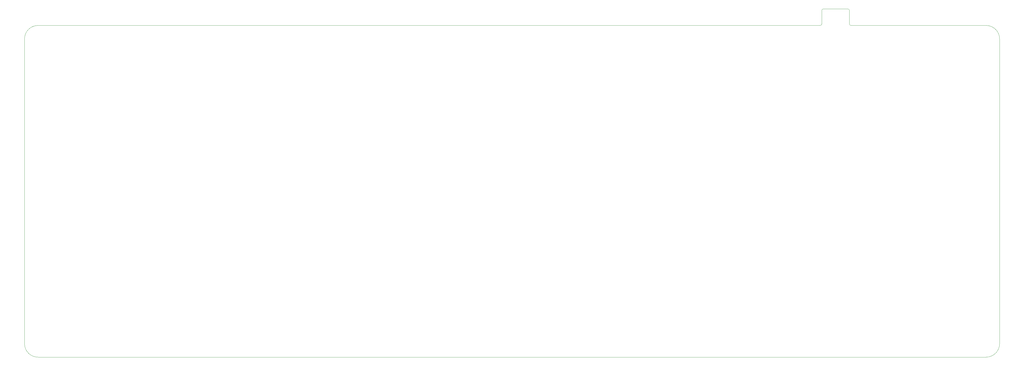
<source format=gbr>
%TF.GenerationSoftware,KiCad,Pcbnew,9.0.5*%
%TF.CreationDate,2025-11-02T19:53:54+09:00*%
%TF.ProjectId,Galatea_Old_Type_6u,47616c61-7465-4615-9f4f-6c645f547970,rev?*%
%TF.SameCoordinates,Original*%
%TF.FileFunction,Profile,NP*%
%FSLAX46Y46*%
G04 Gerber Fmt 4.6, Leading zero omitted, Abs format (unit mm)*
G04 Created by KiCad (PCBNEW 9.0.5) date 2025-11-02 19:53:54*
%MOMM*%
%LPD*%
G01*
G04 APERTURE LIST*
%TA.AperFunction,Profile*%
%ADD10C,0.100000*%
%TD*%
G04 APERTURE END LIST*
D10*
X321356250Y-77227800D02*
X321356250Y-82010000D01*
X384175000Y-195262600D02*
G75*
G02*
X379412500Y-200025100I-4762400J-100D01*
G01*
X321356250Y-77227800D02*
G75*
G02*
X321896250Y-76687850I540050J-100D01*
G01*
X320816250Y-82550000D02*
X44450000Y-82550000D01*
X379412500Y-82550000D02*
G75*
G02*
X384175000Y-87312500I0J-4762500D01*
G01*
X44450000Y-200025100D02*
X379412500Y-200025100D01*
X331106250Y-82010000D02*
X331106250Y-77227800D01*
X330566250Y-76687800D02*
X321896250Y-76687800D01*
X330566250Y-76687800D02*
G75*
G02*
X331106200Y-77227800I-50J-540000D01*
G01*
X321356250Y-82010000D02*
G75*
G02*
X320816250Y-82550050I-539950J-100D01*
G01*
X384175000Y-195262600D02*
X384175000Y-87312500D01*
X379412500Y-82550000D02*
X331646250Y-82550000D01*
X39687500Y-87312500D02*
G75*
G02*
X44450000Y-82550000I4762500J0D01*
G01*
X39687500Y-87312500D02*
X39687500Y-195262600D01*
X331646250Y-82550000D02*
G75*
G02*
X331106200Y-82010000I-50J540000D01*
G01*
X44450000Y-200025100D02*
G75*
G02*
X39687500Y-195262600I0J4762500D01*
G01*
M02*

</source>
